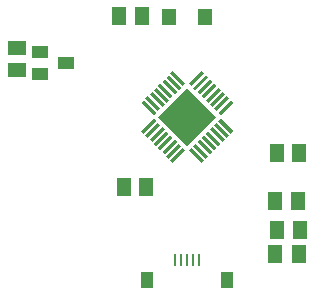
<source format=gbr>
G04 EAGLE Gerber RS-274X export*
G75*
%MOMM*%
%FSLAX34Y34*%
%LPD*%
%INSolderpaste Top*%
%IPPOS*%
%AMOC8*
5,1,8,0,0,1.08239X$1,22.5*%
G01*
%ADD10R,0.250000X1.000000*%
%ADD11R,1.000000X1.340000*%
%ADD12R,1.300000X1.600000*%
%ADD13R,1.400000X1.000000*%
%ADD14R,1.600000X1.300000*%
%ADD15R,1.200000X1.400000*%
%ADD16R,0.300000X1.500000*%
%ADD17R,3.450000X3.450000*%


D10*
X540000Y289050D03*
X545000Y289050D03*
X550000Y289050D03*
X555000Y289050D03*
X560000Y289050D03*
D11*
X516125Y271800D03*
X583875Y271800D03*
D12*
X625904Y314512D03*
X645904Y314512D03*
X624088Y338416D03*
X644088Y338416D03*
D13*
X447784Y455712D03*
X425784Y446212D03*
X425784Y465212D03*
D14*
X405928Y449260D03*
X405928Y468260D03*
D12*
X624816Y294216D03*
X644816Y294216D03*
X625924Y379392D03*
X644924Y379392D03*
X511628Y494992D03*
X492628Y494992D03*
D15*
X534872Y494320D03*
X564872Y494320D03*
D16*
G36*
X578285Y411415D02*
X576164Y413536D01*
X586769Y424141D01*
X588890Y422020D01*
X578285Y411415D01*
G37*
G36*
X574749Y414951D02*
X572628Y417072D01*
X583233Y427677D01*
X585354Y425556D01*
X574749Y414951D01*
G37*
G36*
X571214Y418486D02*
X569093Y420607D01*
X579698Y431212D01*
X581819Y429091D01*
X571214Y418486D01*
G37*
G36*
X567678Y422022D02*
X565557Y424143D01*
X576162Y434748D01*
X578283Y432627D01*
X567678Y422022D01*
G37*
G36*
X564143Y425557D02*
X562022Y427678D01*
X572627Y438283D01*
X574748Y436162D01*
X564143Y425557D01*
G37*
G36*
X560607Y429093D02*
X558486Y431214D01*
X569091Y441819D01*
X571212Y439698D01*
X560607Y429093D01*
G37*
G36*
X557072Y432628D02*
X554951Y434749D01*
X565556Y445354D01*
X567677Y443233D01*
X557072Y432628D01*
G37*
G36*
X553536Y436164D02*
X551415Y438285D01*
X562020Y448890D01*
X564141Y446769D01*
X553536Y436164D01*
G37*
G36*
X548585Y438285D02*
X546464Y436164D01*
X535859Y446769D01*
X537980Y448890D01*
X548585Y438285D01*
G37*
G36*
X545049Y434749D02*
X542928Y432628D01*
X532323Y443233D01*
X534444Y445354D01*
X545049Y434749D01*
G37*
G36*
X541514Y431214D02*
X539393Y429093D01*
X528788Y439698D01*
X530909Y441819D01*
X541514Y431214D01*
G37*
G36*
X537978Y427678D02*
X535857Y425557D01*
X525252Y436162D01*
X527373Y438283D01*
X537978Y427678D01*
G37*
G36*
X534443Y424143D02*
X532322Y422022D01*
X521717Y432627D01*
X523838Y434748D01*
X534443Y424143D01*
G37*
G36*
X530907Y420607D02*
X528786Y418486D01*
X518181Y429091D01*
X520302Y431212D01*
X530907Y420607D01*
G37*
G36*
X527372Y417072D02*
X525251Y414951D01*
X514646Y425556D01*
X516767Y427677D01*
X527372Y417072D01*
G37*
G36*
X523836Y413536D02*
X521715Y411415D01*
X511110Y422020D01*
X513231Y424141D01*
X523836Y413536D01*
G37*
G36*
X521715Y408585D02*
X523836Y406464D01*
X513231Y395859D01*
X511110Y397980D01*
X521715Y408585D01*
G37*
G36*
X525251Y405049D02*
X527372Y402928D01*
X516767Y392323D01*
X514646Y394444D01*
X525251Y405049D01*
G37*
G36*
X528786Y401514D02*
X530907Y399393D01*
X520302Y388788D01*
X518181Y390909D01*
X528786Y401514D01*
G37*
G36*
X532322Y397978D02*
X534443Y395857D01*
X523838Y385252D01*
X521717Y387373D01*
X532322Y397978D01*
G37*
G36*
X535857Y394443D02*
X537978Y392322D01*
X527373Y381717D01*
X525252Y383838D01*
X535857Y394443D01*
G37*
G36*
X539393Y390907D02*
X541514Y388786D01*
X530909Y378181D01*
X528788Y380302D01*
X539393Y390907D01*
G37*
G36*
X542928Y387372D02*
X545049Y385251D01*
X534444Y374646D01*
X532323Y376767D01*
X542928Y387372D01*
G37*
G36*
X546464Y383836D02*
X548585Y381715D01*
X537980Y371110D01*
X535859Y373231D01*
X546464Y383836D01*
G37*
G36*
X551415Y381715D02*
X553536Y383836D01*
X564141Y373231D01*
X562020Y371110D01*
X551415Y381715D01*
G37*
G36*
X554951Y385251D02*
X557072Y387372D01*
X567677Y376767D01*
X565556Y374646D01*
X554951Y385251D01*
G37*
G36*
X558486Y388786D02*
X560607Y390907D01*
X571212Y380302D01*
X569091Y378181D01*
X558486Y388786D01*
G37*
G36*
X562022Y392322D02*
X564143Y394443D01*
X574748Y383838D01*
X572627Y381717D01*
X562022Y392322D01*
G37*
G36*
X565557Y395857D02*
X567678Y397978D01*
X578283Y387373D01*
X576162Y385252D01*
X565557Y395857D01*
G37*
G36*
X569093Y399393D02*
X571214Y401514D01*
X581819Y390909D01*
X579698Y388788D01*
X569093Y399393D01*
G37*
G36*
X572628Y402928D02*
X574749Y405049D01*
X585354Y394444D01*
X583233Y392323D01*
X572628Y402928D01*
G37*
G36*
X576164Y406464D02*
X578285Y408585D01*
X588890Y397980D01*
X586769Y395859D01*
X576164Y406464D01*
G37*
D17*
G36*
X525605Y410000D02*
X550000Y434395D01*
X574395Y410000D01*
X550000Y385605D01*
X525605Y410000D01*
G37*
D12*
X496468Y350520D03*
X515468Y350520D03*
M02*

</source>
